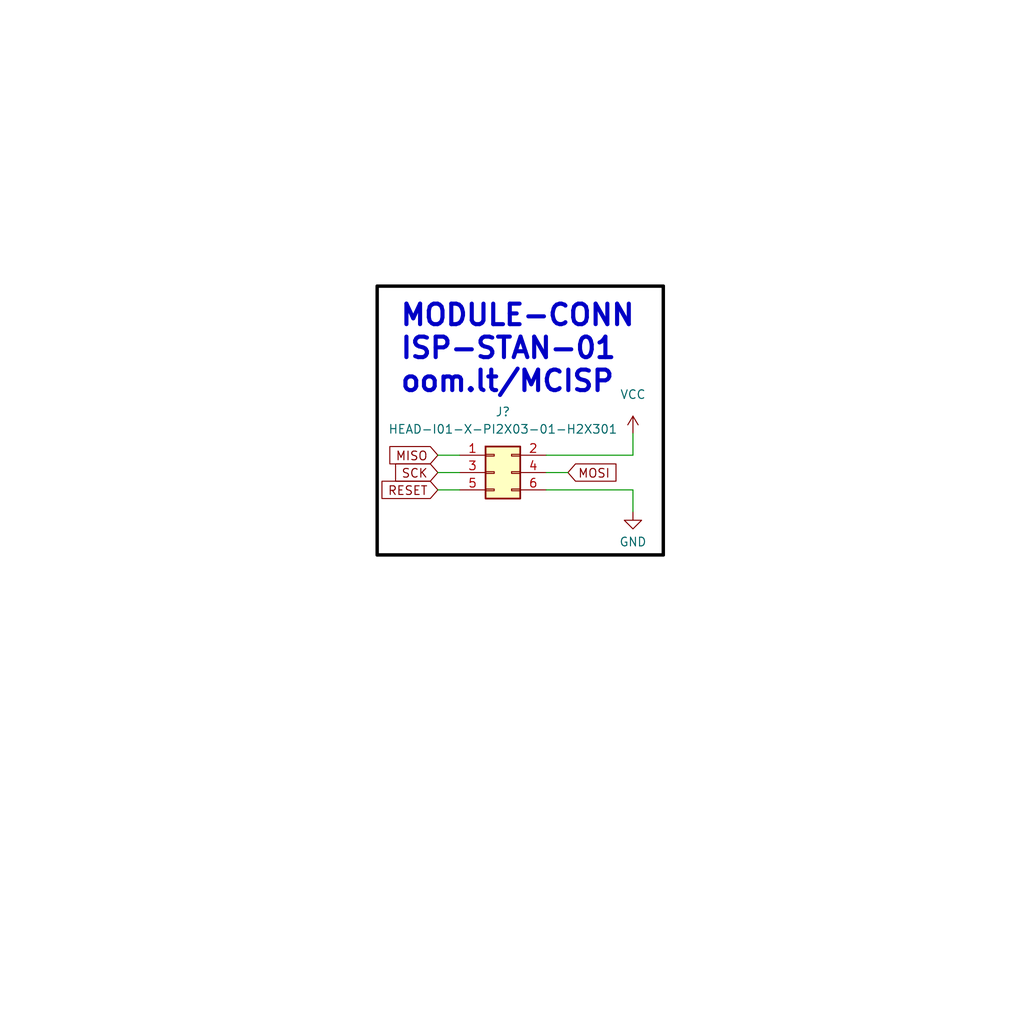
<source format=kicad_sch>
(kicad_sch (version 20211123) (generator eeschema)
  (paper "User" 150.012 150.012)
  (lib_symbols
    (symbol "oomlout_OOMP_parts:HEAD-I01-X-PI2X03-01-H2X301" (pin_names (offset 1.016) hide)
      (property "Reference" "J" (at 1.27 5.08 0))
      (property "Value" "HEAD-I01-X-PI2X03-01-H2X301" (at 1.27 -5.08 0))
      (symbol "HEAD-I01-X-PI2X03-01-H2X301_1_1"
        (rectangle (start -1.27 -2.413) (end 0 -2.667) (stroke (width 0.1524)))
        (rectangle (start -1.27 0.127) (end 0 -0.127) (stroke (width 0.1524)))
        (rectangle (start -1.27 2.667) (end 0 2.413) (stroke (width 0.1524)))
        (rectangle (start -1.27 3.81) (end 3.81 -3.81) (stroke (width 0.254)) (fill (type background)))
        (rectangle (start 3.81 -2.413) (end 2.54 -2.667) (stroke (width 0.1524)))
        (rectangle (start 3.81 0.127) (end 2.54 -0.127) (stroke (width 0.1524)))
        (rectangle (start 3.81 2.667) (end 2.54 2.413) (stroke (width 0.1524)))
        (pin passive line (at -5.08 2.54 0) (length 3.81) (name "Pin_1") (number "1"))
        (pin passive line (at 7.62 2.54 180) (length 3.81) (name "Pin_2") (number "2"))
        (pin passive line (at -5.08 0 0) (length 3.81) (name "Pin_3") (number "3"))
        (pin passive line (at 7.62 0 180) (length 3.81) (name "Pin_4") (number "4"))
        (pin passive line (at -5.08 -2.54 0) (length 3.81) (name "Pin_5") (number "5"))
        (pin passive line (at 7.62 -2.54 180) (length 3.81) (name "Pin_6") (number "6"))
      )
    )
    (symbol "power:GND" (power) (pin_names (offset 0))
      (property "Value" "GND" (at 0 -3.81 0))
      (symbol "GND_0_1"
        (polyline (pts (xy 0 0) (xy 0 -1.27) (xy 1.27 -1.27) (xy 0 -2.54) (xy -1.27 -1.27) (xy 0 -1.27)))
      )
      (symbol "GND_1_1"
        (pin power_in line (at 0 0 270) (length 0) hide (name "GND") (number "1"))
      )
    )
    (symbol "power:VCC" (power) (pin_names (offset 0))
      (property "Value" "VCC" (at 0 3.81 0))
      (symbol "VCC_0_1"
        (polyline (pts (xy -0.762 1.27) (xy 0 2.54)))
        (polyline (pts (xy 0 0) (xy 0 2.54)))
        (polyline (pts (xy 0 2.54) (xy 0.762 1.27)))
      )
      (symbol "VCC_1_1"
        (pin power_in line (at 0 0 90) (length 0) hide (name "VCC") (number "1"))
      )
    )
  )
  (polyline (pts (xy 55.245 81.28) (xy 97.155 81.28)) (stroke (width 0.5) (type solid) (color 0 0 0 1)))
  (wire (pts (xy 80.01 66.675) (xy 92.71 66.675)))
  (wire (pts (xy 64.135 69.215) (xy 67.31 69.215)))
  (polyline (pts (xy 55.245 41.91) (xy 55.245 81.28)) (stroke (width 0.5) (type solid) (color 0 0 0 1)))
  (polyline (pts (xy 97.155 81.28) (xy 97.155 41.91)) (stroke (width 0.5) (type solid) (color 0 0 0 1)))
  (wire (pts (xy 80.01 69.215) (xy 83.185 69.215)))
  (wire (pts (xy 64.135 71.755) (xy 67.31 71.755)))
  (polyline (pts (xy 55.245 41.91) (xy 97.155 41.91)) (stroke (width 0.5) (type solid) (color 0 0 0 1)))
  (wire (pts (xy 92.71 66.675) (xy 92.71 63.5)))
  (wire (pts (xy 64.135 66.675) (xy 67.31 66.675)))
  (wire (pts (xy 92.71 71.755) (xy 80.01 71.755)))
  (wire (pts (xy 92.71 74.93) (xy 92.71 71.755)))
  (text "MODULE-CONN\nISP-STAN-01\noom.lt/MCISP" (at 58.42 57.785 0) (effects (font (size 3 3) (thickness 0.6) bold) (justify left bottom)))
  (global_label "MOSI" (shape input) (at 83.185 69.215 0) (property "Intersheet References" "${INTERSHEET_REFS}" (effects hide)))
  (global_label "SCK" (shape input) (at 64.135 69.215 180) (property "Intersheet References" "${INTERSHEET_REFS}" (effects hide)))
  (global_label "RESET" (shape input) (at 64.135 71.755 180) (property "Intersheet References" "${INTERSHEET_REFS}" (effects hide)))
  (global_label "MISO" (shape input) (at 64.135 66.675 180) (property "Intersheet References" "${INTERSHEET_REFS}" (effects hide)))
  (symbol (lib_id "oomlout_OOMP_parts:HEAD-I01-X-PI2X03-01-H2X301") (at 72.39 69.215 0) (unit 1)
    (property "Reference" "J?" (at 73.66 60.325 0))
    (property "Value" "HEAD-I01-X-PI2X03-01-H2X301" (at 73.66 62.865 0))
    (property "Footprint" "oomlout_OOMP_parts:HEAD-I01-X-PI2X03-01-H2X301" (effects hide))
    (property "Datasheet" "oom.lt/H2X301" (effects hide))
  )
  (symbol (lib_id "power:VCC") (at 92.71 63.5 0) (unit 1)
    (property "Reference" "#PWR?" (effects hide))
    (property "Value" "VCC" (at 92.71 57.785 0))
  )
  (symbol (lib_id "power:GND") (at 92.71 74.93 0) (unit 1)
    (property "Reference" "#PWR?" (effects hide))
    (property "Value" "GND" (at 92.71 79.375 0))
  )
)
</source>
